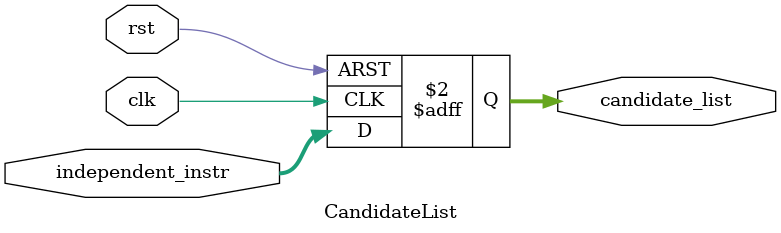
<source format=v>
module CandidateList # (
	parameter bs = 16
) (
	input clk, rst, 
	input [0:bs-1] independent_instr,
	output reg [0:bs-1] candidate_list
);

	always@(posedge clk, posedge rst)
		if(rst) candidate_list <= 0;
		else candidate_list <= independent_instr;

endmodule
</source>
